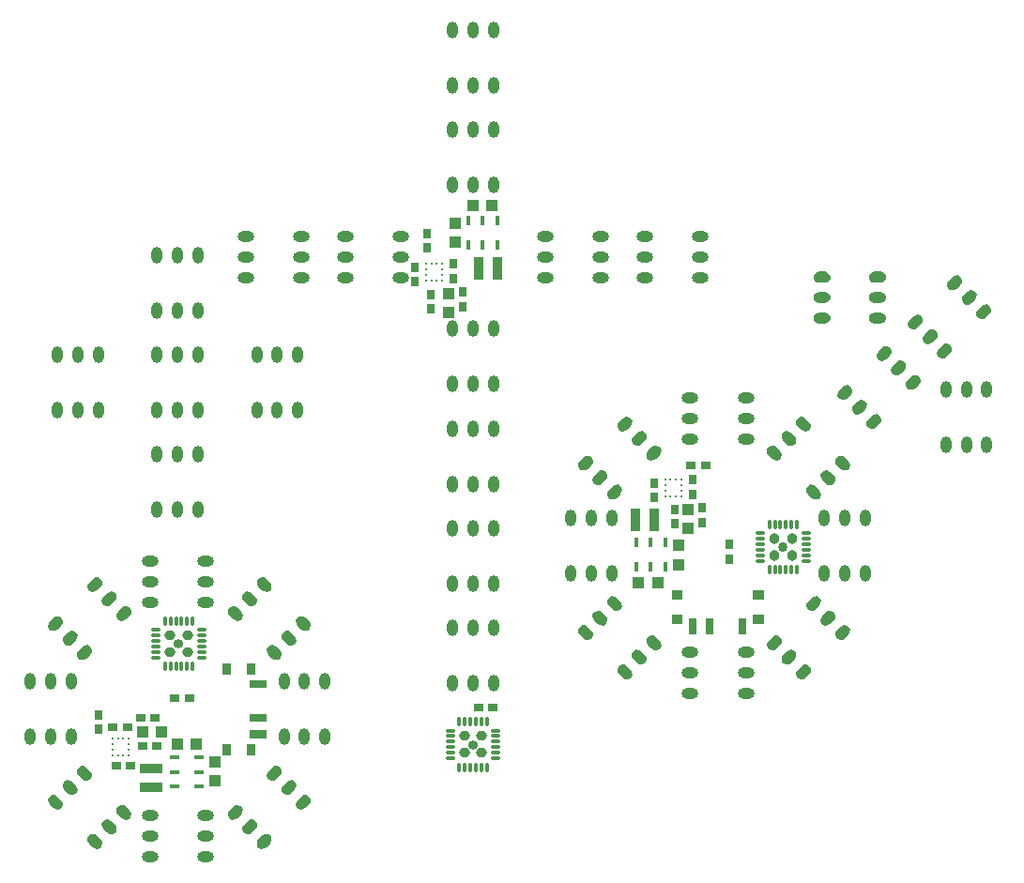
<source format=gtp>
G04 DipTrace 2.4.0.2*
%INfemalemalecross.gtp*%
%MOMM*%
%ADD20R,1.1X1.0*%
%ADD21R,1.0X1.1*%
%ADD22R,0.85X2.0*%
%ADD23O,0.85X0.86*%
%ADD25O,0.96X0.973*%
%ADD27O,1.0X0.28*%
%ADD28O,0.28X1.0*%
%ADD32R,0.4X0.9*%
%ADD35O,1.0X1.5*%
%ADD37O,1.5X1.0*%
%ADD40R,2.0X0.85*%
%ADD41O,0.86X0.85*%
%ADD42O,0.973X0.96*%
%ADD44R,0.9X0.4*%
%ADD46R,0.7X0.9*%
%ADD47R,0.9X0.7*%
%ADD49R,0.25X0.275*%
%ADD50R,0.275X0.25*%
%FSLAX53Y53*%
G04*
G71*
G90*
G75*
G01*
%LNTopPaste*%
%LPD*%
D20*
X69300Y51240D3*
X71000D3*
D21*
X72880Y54613D3*
Y52913D3*
D22*
X69043Y56934D3*
X70743D3*
D23*
X82313Y54482D3*
D25*
X81574Y55255D3*
X81564Y53692D3*
X83108Y55245D3*
X83118Y53688D3*
D27*
X80284Y55728D3*
Y55228D3*
Y54728D3*
Y54228D3*
Y53728D3*
Y53228D3*
D28*
X81084Y52428D3*
X81584D3*
X82084D3*
X82584D3*
X83084D3*
X83584D3*
D27*
X84384Y53228D3*
Y53728D3*
Y54228D3*
Y54728D3*
Y55228D3*
Y55728D3*
D28*
X83584Y56528D3*
X83084D3*
X82584D3*
X82084D3*
X81584D3*
X81084D3*
D32*
X69098Y52675D3*
X70398D3*
X71698D3*
Y54875D3*
X70398D3*
X69098D3*
D35*
X89768Y57098D3*
X87918D3*
X86068D3*
Y52098D3*
X87918D3*
X89768D3*
G36*
X87166Y46948D2*
X87048Y46760D1*
X87023Y46539D1*
X87096Y46329D1*
X87254Y46171D1*
X87464Y46098D1*
X87685Y46123D1*
X87873Y46241D1*
X88227Y46595D1*
X88345Y46783D1*
X88370Y47004D1*
X88297Y47214D1*
X88139Y47372D1*
X87929Y47445D1*
X87708Y47420D1*
X87520Y47302D1*
X87166Y46948D1*
G37*
G36*
X85858Y48257D2*
X85740Y48068D1*
X85715Y47847D1*
X85788Y47637D1*
X85946Y47480D1*
X86156Y47406D1*
X86377Y47431D1*
X86565Y47549D1*
X86919Y47903D1*
X87037Y48091D1*
X87062Y48313D1*
X86988Y48523D1*
X86831Y48680D1*
X86621Y48753D1*
X86400Y48728D1*
X86212Y48610D1*
X85858Y48257D1*
G37*
G36*
X84550Y49565D2*
X84431Y49376D1*
X84407Y49155D1*
X84480Y48945D1*
X84637Y48788D1*
X84847Y48714D1*
X85069Y48739D1*
X85257Y48858D1*
X85610Y49211D1*
X85729Y49400D1*
X85754Y49621D1*
X85680Y49831D1*
X85523Y49988D1*
X85313Y50062D1*
X85092Y50037D1*
X84903Y49918D1*
X84550Y49565D1*
G37*
G36*
X81014Y46029D2*
X80896Y45841D1*
X80871Y45620D1*
X80944Y45410D1*
X81102Y45252D1*
X81312Y45179D1*
X81533Y45204D1*
X81721Y45322D1*
X82075Y45676D1*
X82193Y45864D1*
X82218Y46085D1*
X82145Y46295D1*
X81987Y46452D1*
X81777Y46526D1*
X81556Y46501D1*
X81368Y46383D1*
X81014Y46029D1*
G37*
G36*
X82322Y44721D2*
X82204Y44533D1*
X82179Y44311D1*
X82253Y44101D1*
X82410Y43944D1*
X82620Y43871D1*
X82841Y43895D1*
X83030Y44014D1*
X83383Y44367D1*
X83502Y44556D1*
X83526Y44777D1*
X83453Y44987D1*
X83296Y45144D1*
X83086Y45218D1*
X82864Y45193D1*
X82676Y45075D1*
X82322Y44721D1*
G37*
G36*
X83631Y43413D2*
X83512Y43224D1*
X83487Y43003D1*
X83561Y42793D1*
X83718Y42636D1*
X83928Y42562D1*
X84149Y42587D1*
X84338Y42706D1*
X84691Y43059D1*
X84810Y43248D1*
X84835Y43469D1*
X84761Y43679D1*
X84604Y43836D1*
X84394Y43910D1*
X84173Y43885D1*
X83984Y43766D1*
X83631Y43413D1*
G37*
D37*
X78959Y41289D3*
Y43139D3*
Y44989D3*
X73959D3*
Y43139D3*
Y41289D3*
G36*
X68226Y43766D2*
X68038Y43885D1*
X67816Y43910D1*
X67606Y43836D1*
X67449Y43679D1*
X67376Y43469D1*
X67400Y43248D1*
X67519Y43059D1*
X67872Y42706D1*
X68061Y42587D1*
X68282Y42562D1*
X68492Y42636D1*
X68649Y42793D1*
X68723Y43003D1*
X68698Y43224D1*
X68580Y43413D1*
X68226Y43766D1*
G37*
G36*
X69534Y45075D2*
X69346Y45193D1*
X69125Y45218D1*
X68915Y45144D1*
X68757Y44987D1*
X68684Y44777D1*
X68709Y44556D1*
X68827Y44367D1*
X69181Y44014D1*
X69369Y43895D1*
X69590Y43871D1*
X69800Y43944D1*
X69957Y44101D1*
X70031Y44311D1*
X70006Y44533D1*
X69888Y44721D1*
X69534Y45075D1*
G37*
G36*
X70842Y46383D2*
X70654Y46501D1*
X70433Y46526D1*
X70223Y46453D1*
X70065Y46295D1*
X69992Y46085D1*
X70017Y45864D1*
X70135Y45676D1*
X70489Y45322D1*
X70677Y45204D1*
X70898Y45179D1*
X71108Y45252D1*
X71266Y45410D1*
X71339Y45620D1*
X71314Y45841D1*
X71196Y46029D1*
X70842Y46383D1*
G37*
G36*
X67307Y49918D2*
X67118Y50037D1*
X66897Y50062D1*
X66687Y49988D1*
X66530Y49831D1*
X66456Y49621D1*
X66481Y49400D1*
X66600Y49211D1*
X66953Y48858D1*
X67142Y48739D1*
X67363Y48714D1*
X67573Y48788D1*
X67730Y48945D1*
X67804Y49155D1*
X67779Y49376D1*
X67660Y49565D1*
X67307Y49918D1*
G37*
G36*
X65999Y48610D2*
X65810Y48728D1*
X65589Y48753D1*
X65379Y48680D1*
X65222Y48523D1*
X65148Y48313D1*
X65173Y48091D1*
X65291Y47903D1*
X65645Y47549D1*
X65833Y47431D1*
X66055Y47406D1*
X66265Y47480D1*
X66422Y47637D1*
X66495Y47847D1*
X66471Y48068D1*
X66352Y48257D1*
X65999Y48610D1*
G37*
G36*
X64690Y47302D2*
X64502Y47420D1*
X64281Y47445D1*
X64071Y47372D1*
X63914Y47214D1*
X63840Y47004D1*
X63865Y46783D1*
X63983Y46595D1*
X64337Y46241D1*
X64525Y46123D1*
X64746Y46098D1*
X64956Y46171D1*
X65114Y46329D1*
X65187Y46539D1*
X65162Y46760D1*
X65044Y46948D1*
X64690Y47302D1*
G37*
D35*
X63149Y52098D3*
X64999D3*
X66849D3*
Y57098D3*
X64999D3*
X63149D3*
G36*
X65044Y61882D2*
X65162Y62070D1*
X65187Y62291D1*
X65114Y62501D1*
X64956Y62658D1*
X64746Y62732D1*
X64525Y62707D1*
X64337Y62589D1*
X63983Y62235D1*
X63865Y62047D1*
X63840Y61826D1*
X63914Y61616D1*
X64071Y61458D1*
X64281Y61385D1*
X64502Y61410D1*
X64690Y61528D1*
X65044Y61882D1*
G37*
G36*
X66352Y60573D2*
X66471Y60762D1*
X66495Y60983D1*
X66422Y61193D1*
X66265Y61350D1*
X66055Y61424D1*
X65833Y61399D1*
X65645Y61281D1*
X65291Y60927D1*
X65173Y60739D1*
X65148Y60517D1*
X65222Y60307D1*
X65379Y60150D1*
X65589Y60077D1*
X65810Y60101D1*
X65999Y60220D1*
X66352Y60573D1*
G37*
G36*
X67660Y59265D2*
X67779Y59454D1*
X67804Y59675D1*
X67730Y59885D1*
X67573Y60042D1*
X67363Y60116D1*
X67142Y60091D1*
X66953Y59972D1*
X66600Y59619D1*
X66481Y59430D1*
X66456Y59209D1*
X66530Y58999D1*
X66687Y58842D1*
X66897Y58768D1*
X67118Y58793D1*
X67307Y58912D1*
X67660Y59265D1*
G37*
G36*
X71196Y62801D2*
X71314Y62989D1*
X71339Y63210D1*
X71266Y63420D1*
X71108Y63578D1*
X70898Y63651D1*
X70677Y63626D1*
X70489Y63508D1*
X70135Y63154D1*
X70017Y62966D1*
X69992Y62745D1*
X70065Y62535D1*
X70223Y62377D1*
X70433Y62304D1*
X70654Y62329D1*
X70842Y62447D1*
X71196Y62801D1*
G37*
G36*
X69888Y64109D2*
X70006Y64297D1*
X70031Y64519D1*
X69957Y64729D1*
X69800Y64886D1*
X69590Y64959D1*
X69369Y64934D1*
X69181Y64816D1*
X68827Y64463D1*
X68709Y64274D1*
X68684Y64053D1*
X68757Y63843D1*
X68915Y63686D1*
X69125Y63612D1*
X69346Y63637D1*
X69534Y63755D1*
X69888Y64109D1*
G37*
G36*
X68580Y65417D2*
X68698Y65606D1*
X68723Y65827D1*
X68649Y66037D1*
X68492Y66194D1*
X68282Y66268D1*
X68061Y66243D1*
X67872Y66124D1*
X67519Y65771D1*
X67400Y65582D1*
X67376Y65361D1*
X67449Y65151D1*
X67606Y64994D1*
X67816Y64920D1*
X68038Y64945D1*
X68226Y65064D1*
X68580Y65417D1*
G37*
D37*
X73959Y67907D3*
Y66057D3*
Y64207D3*
X78959D3*
Y66057D3*
Y67907D3*
G36*
X83984Y65064D2*
X84172Y64945D1*
X84394Y64920D1*
X84604Y64994D1*
X84761Y65151D1*
X84834Y65361D1*
X84810Y65582D1*
X84691Y65771D1*
X84338Y66124D1*
X84149Y66243D1*
X83928Y66268D1*
X83718Y66194D1*
X83561Y66037D1*
X83487Y65827D1*
X83512Y65606D1*
X83631Y65417D1*
X83984Y65064D1*
G37*
G36*
X82676Y63755D2*
X82864Y63637D1*
X83085Y63612D1*
X83296Y63686D1*
X83453Y63843D1*
X83526Y64053D1*
X83501Y64274D1*
X83383Y64463D1*
X83029Y64816D1*
X82841Y64934D1*
X82620Y64959D1*
X82410Y64886D1*
X82253Y64729D1*
X82179Y64519D1*
X82204Y64297D1*
X82322Y64109D1*
X82676Y63755D1*
G37*
G36*
X81368Y62447D2*
X81556Y62329D1*
X81777Y62304D1*
X81987Y62377D1*
X82145Y62535D1*
X82218Y62745D1*
X82193Y62966D1*
X82075Y63154D1*
X81721Y63508D1*
X81533Y63626D1*
X81312Y63651D1*
X81102Y63578D1*
X80944Y63420D1*
X80871Y63210D1*
X80896Y62989D1*
X81014Y62801D1*
X81368Y62447D1*
G37*
G36*
X84903Y58912D2*
X85092Y58793D1*
X85313Y58768D1*
X85523Y58842D1*
X85680Y58999D1*
X85754Y59209D1*
X85729Y59430D1*
X85610Y59619D1*
X85257Y59972D1*
X85068Y60091D1*
X84847Y60116D1*
X84637Y60042D1*
X84480Y59885D1*
X84406Y59675D1*
X84431Y59454D1*
X84550Y59265D1*
X84903Y58912D1*
G37*
G36*
X86211Y60220D2*
X86400Y60101D1*
X86621Y60077D1*
X86831Y60150D1*
X86988Y60307D1*
X87062Y60517D1*
X87037Y60739D1*
X86919Y60927D1*
X86565Y61281D1*
X86377Y61399D1*
X86155Y61424D1*
X85945Y61350D1*
X85788Y61193D1*
X85715Y60983D1*
X85740Y60762D1*
X85858Y60573D1*
X86211Y60220D1*
G37*
G36*
X87520Y61528D2*
X87708Y61410D1*
X87929Y61385D1*
X88139Y61458D1*
X88297Y61616D1*
X88370Y61826D1*
X88345Y62047D1*
X88227Y62235D1*
X87873Y62589D1*
X87685Y62707D1*
X87464Y62732D1*
X87254Y62658D1*
X87096Y62501D1*
X87023Y62291D1*
X87048Y62070D1*
X87166Y61882D1*
X87520Y61528D1*
G37*
G36*
X88439Y68246D2*
X88557Y68434D1*
X88582Y68655D1*
X88509Y68865D1*
X88351Y69023D1*
X88141Y69096D1*
X87920Y69071D1*
X87732Y68953D1*
X87378Y68599D1*
X87260Y68411D1*
X87235Y68190D1*
X87308Y67980D1*
X87466Y67822D1*
X87676Y67749D1*
X87897Y67774D1*
X88085Y67892D1*
X88439Y68246D1*
G37*
G36*
X89747Y66938D2*
X89865Y67126D1*
X89890Y67347D1*
X89817Y67557D1*
X89660Y67715D1*
X89449Y67788D1*
X89228Y67763D1*
X89040Y67645D1*
X88686Y67291D1*
X88568Y67103D1*
X88543Y66882D1*
X88617Y66672D1*
X88774Y66514D1*
X88984Y66441D1*
X89205Y66466D1*
X89393Y66584D1*
X89747Y66938D1*
G37*
G36*
X91055Y65630D2*
X91174Y65818D1*
X91199Y66039D1*
X91125Y66249D1*
X90968Y66406D1*
X90758Y66480D1*
X90537Y66455D1*
X90348Y66337D1*
X89995Y65983D1*
X89876Y65795D1*
X89851Y65574D1*
X89925Y65364D1*
X90082Y65206D1*
X90292Y65133D1*
X90513Y65158D1*
X90702Y65276D1*
X91055Y65630D1*
G37*
G36*
X94591Y69165D2*
X94709Y69354D1*
X94734Y69575D1*
X94661Y69785D1*
X94503Y69942D1*
X94293Y70016D1*
X94072Y69991D1*
X93884Y69872D1*
X93530Y69519D1*
X93412Y69330D1*
X93387Y69109D1*
X93460Y68899D1*
X93618Y68742D1*
X93828Y68668D1*
X94049Y68693D1*
X94237Y68812D1*
X94591Y69165D1*
G37*
G36*
X93283Y70473D2*
X93401Y70662D1*
X93426Y70883D1*
X93352Y71093D1*
X93195Y71250D1*
X92985Y71324D1*
X92764Y71299D1*
X92575Y71180D1*
X92222Y70827D1*
X92104Y70638D1*
X92079Y70417D1*
X92152Y70207D1*
X92309Y70050D1*
X92519Y69976D1*
X92741Y70001D1*
X92929Y70120D1*
X93283Y70473D1*
G37*
G36*
X91974Y71781D2*
X92093Y71970D1*
X92118Y72191D1*
X92044Y72401D1*
X91887Y72558D1*
X91677Y72632D1*
X91456Y72607D1*
X91267Y72488D1*
X90914Y72135D1*
X90795Y71947D1*
X90770Y71725D1*
X90844Y71515D1*
X91001Y71358D1*
X91211Y71285D1*
X91432Y71309D1*
X91621Y71428D1*
X91974Y71781D1*
G37*
G36*
X93742Y74963D2*
X93624Y74775D1*
X93599Y74554D1*
X93672Y74344D1*
X93830Y74186D1*
X94040Y74113D1*
X94261Y74138D1*
X94449Y74256D1*
X94803Y74610D1*
X94921Y74798D1*
X94946Y75019D1*
X94873Y75229D1*
X94715Y75387D1*
X94505Y75460D1*
X94284Y75435D1*
X94096Y75317D1*
X93742Y74963D1*
G37*
G36*
X95050Y73655D2*
X94932Y73467D1*
X94907Y73246D1*
X94981Y73036D1*
X95138Y72878D1*
X95348Y72805D1*
X95569Y72830D1*
X95757Y72948D1*
X96111Y73302D1*
X96229Y73490D1*
X96254Y73711D1*
X96181Y73921D1*
X96024Y74079D1*
X95813Y74152D1*
X95592Y74127D1*
X95404Y74009D1*
X95050Y73655D1*
G37*
G36*
X96359Y72347D2*
X96240Y72159D1*
X96215Y71938D1*
X96289Y71728D1*
X96446Y71570D1*
X96656Y71497D1*
X96877Y71522D1*
X97066Y71640D1*
X97419Y71994D1*
X97538Y72182D1*
X97563Y72403D1*
X97489Y72613D1*
X97332Y72770D1*
X97122Y72844D1*
X96901Y72819D1*
X96712Y72701D1*
X96359Y72347D1*
G37*
G36*
X99894Y75883D2*
X99776Y75694D1*
X99751Y75473D1*
X99824Y75263D1*
X99982Y75106D1*
X100192Y75032D1*
X100413Y75057D1*
X100601Y75176D1*
X100955Y75529D1*
X101073Y75718D1*
X101098Y75939D1*
X101025Y76149D1*
X100867Y76306D1*
X100657Y76380D1*
X100436Y76355D1*
X100248Y76236D1*
X99894Y75883D1*
G37*
G36*
X98586Y77191D2*
X98468Y77002D1*
X98443Y76781D1*
X98516Y76571D1*
X98673Y76414D1*
X98883Y76340D1*
X99105Y76365D1*
X99293Y76484D1*
X99647Y76837D1*
X99765Y77026D1*
X99790Y77247D1*
X99716Y77457D1*
X99559Y77614D1*
X99349Y77688D1*
X99128Y77663D1*
X98939Y77544D1*
X98586Y77191D1*
G37*
G36*
X97278Y78499D2*
X97159Y78311D1*
X97134Y78089D1*
X97208Y77879D1*
X97365Y77722D1*
X97575Y77649D1*
X97796Y77673D1*
X97985Y77792D1*
X98338Y78145D1*
X98457Y78334D1*
X98482Y78555D1*
X98408Y78765D1*
X98251Y78922D1*
X98041Y78996D1*
X97820Y78971D1*
X97631Y78852D1*
X97278Y78499D1*
G37*
G36*
X91098Y74648D2*
X91315Y74698D1*
X91489Y74837D1*
X91586Y75037D1*
Y75260D1*
X91489Y75460D1*
X91315Y75599D1*
X91098Y75648D1*
X90598D1*
X90382Y75599D1*
X90208Y75460D1*
X90111Y75260D1*
Y75037D1*
X90208Y74837D1*
X90382Y74698D1*
X90598Y74648D1*
X91098D1*
G37*
G36*
Y76498D2*
X91315Y76548D1*
X91489Y76687D1*
X91586Y76887D1*
Y77110D1*
X91489Y77310D1*
X91315Y77449D1*
X91098Y77498D1*
X90598D1*
X90382Y77449D1*
X90208Y77310D1*
X90111Y77110D1*
Y76887D1*
X90208Y76687D1*
X90382Y76548D1*
X90598Y76498D1*
X91098D1*
G37*
G36*
Y78348D2*
X91315Y78398D1*
X91489Y78537D1*
X91586Y78737D1*
Y78960D1*
X91489Y79160D1*
X91315Y79299D1*
X91098Y79348D1*
X90598D1*
X90382Y79299D1*
X90208Y79160D1*
X90111Y78960D1*
Y78737D1*
X90208Y78537D1*
X90382Y78398D1*
X90598Y78348D1*
X91098D1*
G37*
G36*
X86098D2*
X86315Y78398D1*
X86489Y78537D1*
X86586Y78737D1*
Y78960D1*
X86489Y79160D1*
X86315Y79299D1*
X86098Y79348D1*
X85598D1*
X85382Y79299D1*
X85208Y79160D1*
X85111Y78960D1*
Y78737D1*
X85208Y78537D1*
X85382Y78398D1*
X85598Y78348D1*
X86098D1*
G37*
G36*
Y76498D2*
X86315Y76548D1*
X86489Y76687D1*
X86586Y76887D1*
Y77110D1*
X86489Y77310D1*
X86315Y77449D1*
X86098Y77498D1*
X85598D1*
X85382Y77449D1*
X85208Y77310D1*
X85111Y77110D1*
Y76887D1*
X85208Y76687D1*
X85382Y76548D1*
X85598Y76498D1*
X86098D1*
G37*
G36*
Y74648D2*
X86315Y74698D1*
X86489Y74837D1*
X86586Y75037D1*
Y75260D1*
X86489Y75460D1*
X86315Y75599D1*
X86098Y75648D1*
X85598D1*
X85382Y75599D1*
X85208Y75460D1*
X85111Y75260D1*
Y75037D1*
X85208Y74837D1*
X85382Y74698D1*
X85598Y74648D1*
X86098D1*
G37*
D35*
X97008Y63746D3*
X98858D3*
X100708D3*
Y68746D3*
X98858D3*
X97008D3*
G36*
X80577Y48372D2*
Y47572D1*
X79577D1*
Y48372D1*
X80577D1*
G37*
G36*
Y50572D2*
Y49772D1*
X79577D1*
Y50572D1*
X80577D1*
G37*
G36*
X73277D2*
Y49772D1*
X72277D1*
Y50572D1*
X73277D1*
G37*
G36*
Y48372D2*
Y47572D1*
X72277D1*
Y48372D1*
X73277D1*
G37*
G36*
X74527Y48072D2*
Y46572D1*
X73827D1*
Y48072D1*
X74527D1*
G37*
G36*
X76027D2*
Y46572D1*
X75327D1*
Y48072D1*
X76027D1*
G37*
G36*
X79027D2*
Y46572D1*
X78327D1*
Y48072D1*
X79027D1*
G37*
D21*
X31045Y33366D3*
Y35066D3*
D20*
X27672Y36678D3*
X29372D3*
D40*
X25352Y32841D3*
Y34541D3*
D41*
X27813Y45734D3*
D42*
X27040Y44996D3*
X28603Y44986D3*
X27050Y46529D3*
X28606Y46539D3*
D28*
X26566Y43706D3*
X27066D3*
X27566D3*
X28066D3*
X28566D3*
X29066D3*
D27*
X29866Y44506D3*
Y45006D3*
Y45506D3*
Y46006D3*
Y46506D3*
Y47006D3*
D28*
X29066Y47806D3*
X28566D3*
X28066D3*
X27566D3*
X27066D3*
X26566D3*
D27*
X25766Y47006D3*
Y46506D3*
Y46006D3*
Y45506D3*
Y45006D3*
Y44506D3*
D44*
X29610Y32896D3*
Y34196D3*
Y35496D3*
X27410D3*
Y34196D3*
Y32896D3*
D37*
X25197Y53189D3*
Y51339D3*
Y49489D3*
X30197D3*
Y51339D3*
Y53189D3*
G36*
X35700Y51648D2*
X35512Y51767D1*
X35290Y51791D1*
X35080Y51718D1*
X34923Y51561D1*
X34850Y51351D1*
X34874Y51129D1*
X34993Y50941D1*
X35346Y50588D1*
X35535Y50469D1*
X35756Y50444D1*
X35966Y50518D1*
X36123Y50675D1*
X36197Y50885D1*
X36172Y51106D1*
X36053Y51295D1*
X35700Y51648D1*
G37*
G36*
X34392Y50340D2*
X34203Y50458D1*
X33982Y50483D1*
X33772Y50410D1*
X33615Y50253D1*
X33541Y50042D1*
X33566Y49821D1*
X33685Y49633D1*
X34038Y49279D1*
X34227Y49161D1*
X34448Y49136D1*
X34658Y49210D1*
X34815Y49367D1*
X34889Y49577D1*
X34864Y49798D1*
X34745Y49986D1*
X34392Y50340D1*
G37*
G36*
X33084Y49032D2*
X32895Y49150D1*
X32674Y49175D1*
X32464Y49102D1*
X32307Y48944D1*
X32233Y48734D1*
X32258Y48513D1*
X32377Y48325D1*
X32730Y47971D1*
X32919Y47853D1*
X33140Y47828D1*
X33350Y47901D1*
X33507Y48059D1*
X33581Y48269D1*
X33556Y48490D1*
X33437Y48678D1*
X33084Y49032D1*
G37*
G36*
X36619Y45496D2*
X36431Y45615D1*
X36210Y45640D1*
X36000Y45566D1*
X35842Y45409D1*
X35769Y45199D1*
X35794Y44978D1*
X35912Y44789D1*
X36266Y44436D1*
X36454Y44317D1*
X36675Y44292D1*
X36885Y44366D1*
X37043Y44523D1*
X37116Y44733D1*
X37091Y44954D1*
X36973Y45143D1*
X36619Y45496D1*
G37*
G36*
X37927Y46805D2*
X37739Y46923D1*
X37518Y46948D1*
X37308Y46874D1*
X37150Y46717D1*
X37077Y46507D1*
X37102Y46286D1*
X37220Y46097D1*
X37574Y45744D1*
X37762Y45625D1*
X37983Y45601D1*
X38193Y45674D1*
X38351Y45831D1*
X38424Y46041D1*
X38399Y46263D1*
X38281Y46451D1*
X37927Y46805D1*
G37*
G36*
X39235Y48113D2*
X39047Y48231D1*
X38826Y48256D1*
X38616Y48182D1*
X38459Y48025D1*
X38385Y47815D1*
X38410Y47594D1*
X38528Y47406D1*
X38882Y47052D1*
X39070Y46934D1*
X39291Y46909D1*
X39501Y46982D1*
X39659Y47140D1*
X39732Y47350D1*
X39707Y47571D1*
X39589Y47759D1*
X39235Y48113D1*
G37*
D35*
X41006Y42380D3*
X39156D3*
X37306D3*
Y37380D3*
X39156D3*
X41006D3*
G36*
X39589Y31294D2*
X39707Y31482D1*
X39732Y31703D1*
X39659Y31913D1*
X39501Y32071D1*
X39291Y32144D1*
X39070Y32119D1*
X38882Y32001D1*
X38528Y31647D1*
X38410Y31459D1*
X38385Y31238D1*
X38459Y31028D1*
X38616Y30870D1*
X38826Y30797D1*
X39047Y30822D1*
X39235Y30940D1*
X39589Y31294D1*
G37*
G36*
X38281Y32602D2*
X38399Y32790D1*
X38424Y33011D1*
X38351Y33222D1*
X38193Y33379D1*
X37983Y33452D1*
X37762Y33427D1*
X37574Y33309D1*
X37220Y32955D1*
X37102Y32767D1*
X37077Y32546D1*
X37150Y32336D1*
X37308Y32179D1*
X37518Y32105D1*
X37739Y32130D1*
X37927Y32248D1*
X38281Y32602D1*
G37*
G36*
X36973Y33910D2*
X37091Y34098D1*
X37116Y34320D1*
X37043Y34530D1*
X36885Y34687D1*
X36675Y34760D1*
X36454Y34736D1*
X36266Y34617D1*
X35912Y34264D1*
X35794Y34075D1*
X35769Y33854D1*
X35842Y33644D1*
X36000Y33487D1*
X36210Y33413D1*
X36431Y33438D1*
X36619Y33557D1*
X36973Y33910D1*
G37*
G36*
X33437Y30375D2*
X33556Y30563D1*
X33580Y30784D1*
X33507Y30994D1*
X33350Y31151D1*
X33140Y31225D1*
X32918Y31200D1*
X32730Y31082D1*
X32377Y30728D1*
X32258Y30540D1*
X32233Y30319D1*
X32307Y30109D1*
X32464Y29951D1*
X32674Y29878D1*
X32895Y29903D1*
X33084Y30021D1*
X33437Y30375D1*
G37*
G36*
X34745Y29066D2*
X34864Y29255D1*
X34889Y29476D1*
X34815Y29686D1*
X34658Y29843D1*
X34448Y29917D1*
X34227Y29892D1*
X34038Y29774D1*
X33685Y29420D1*
X33566Y29232D1*
X33541Y29010D1*
X33615Y28800D1*
X33772Y28643D1*
X33982Y28570D1*
X34203Y28594D1*
X34392Y28713D1*
X34745Y29066D1*
G37*
G36*
X36053Y27758D2*
X36172Y27947D1*
X36197Y28168D1*
X36123Y28378D1*
X35966Y28535D1*
X35756Y28609D1*
X35535Y28584D1*
X35346Y28465D1*
X34993Y28112D1*
X34874Y27923D1*
X34850Y27702D1*
X34923Y27492D1*
X35080Y27335D1*
X35290Y27261D1*
X35512Y27286D1*
X35700Y27405D1*
X36053Y27758D1*
G37*
D37*
X30197Y26571D3*
Y28421D3*
Y30271D3*
X25197D3*
Y28421D3*
Y26571D3*
G36*
X20060Y27405D2*
X20248Y27286D1*
X20469Y27261D1*
X20679Y27335D1*
X20837Y27492D1*
X20910Y27702D1*
X20885Y27923D1*
X20767Y28112D1*
X20413Y28465D1*
X20225Y28584D1*
X20004Y28609D1*
X19794Y28535D1*
X19636Y28378D1*
X19563Y28168D1*
X19588Y27947D1*
X19706Y27758D1*
X20060Y27405D1*
G37*
G36*
X21368Y28713D2*
X21556Y28594D1*
X21777Y28570D1*
X21987Y28643D1*
X22145Y28800D1*
X22218Y29010D1*
X22193Y29232D1*
X22075Y29420D1*
X21721Y29773D1*
X21533Y29892D1*
X21312Y29917D1*
X21102Y29843D1*
X20944Y29686D1*
X20871Y29476D1*
X20896Y29255D1*
X21014Y29066D1*
X21368Y28713D1*
G37*
G36*
X22676Y30021D2*
X22864Y29903D1*
X23085Y29878D1*
X23295Y29951D1*
X23453Y30109D1*
X23526Y30319D1*
X23501Y30540D1*
X23383Y30728D1*
X23029Y31082D1*
X22841Y31200D1*
X22620Y31225D1*
X22410Y31151D1*
X22253Y30994D1*
X22179Y30784D1*
X22204Y30563D1*
X22322Y30375D1*
X22676Y30021D1*
G37*
G36*
X19140Y33557D2*
X19329Y33438D1*
X19550Y33413D1*
X19760Y33487D1*
X19917Y33644D1*
X19991Y33854D1*
X19966Y34075D1*
X19847Y34264D1*
X19494Y34617D1*
X19306Y34736D1*
X19084Y34760D1*
X18874Y34687D1*
X18717Y34530D1*
X18644Y34320D1*
X18668Y34098D1*
X18787Y33910D1*
X19140Y33557D1*
G37*
G36*
X17832Y32248D2*
X18021Y32130D1*
X18242Y32105D1*
X18452Y32179D1*
X18609Y32336D1*
X18683Y32546D1*
X18658Y32767D1*
X18539Y32955D1*
X18186Y33309D1*
X17997Y33427D1*
X17776Y33452D1*
X17566Y33379D1*
X17409Y33221D1*
X17335Y33011D1*
X17360Y32790D1*
X17479Y32602D1*
X17832Y32248D1*
G37*
G36*
X16524Y30940D2*
X16713Y30822D1*
X16934Y30797D1*
X17144Y30870D1*
X17301Y31028D1*
X17375Y31238D1*
X17350Y31459D1*
X17231Y31647D1*
X16878Y32001D1*
X16689Y32119D1*
X16468Y32144D1*
X16258Y32071D1*
X16101Y31913D1*
X16027Y31703D1*
X16052Y31482D1*
X16171Y31294D1*
X16524Y30940D1*
G37*
D35*
X14388Y37380D3*
X16238D3*
X18088D3*
Y42380D3*
X16238D3*
X14388D3*
G36*
X16171Y47759D2*
X16052Y47571D1*
X16027Y47350D1*
X16101Y47139D1*
X16258Y46982D1*
X16468Y46909D1*
X16689Y46934D1*
X16878Y47052D1*
X17231Y47406D1*
X17350Y47594D1*
X17374Y47815D1*
X17301Y48025D1*
X17144Y48182D1*
X16934Y48256D1*
X16712Y48231D1*
X16524Y48113D1*
X16171Y47759D1*
G37*
G36*
X17479Y46451D2*
X17360Y46263D1*
X17335Y46041D1*
X17409Y45831D1*
X17566Y45674D1*
X17776Y45601D1*
X17997Y45625D1*
X18186Y45744D1*
X18539Y46097D1*
X18658Y46286D1*
X18683Y46507D1*
X18609Y46717D1*
X18452Y46874D1*
X18242Y46948D1*
X18021Y46923D1*
X17832Y46804D1*
X17479Y46451D1*
G37*
G36*
X18787Y45143D2*
X18668Y44954D1*
X18644Y44733D1*
X18717Y44523D1*
X18874Y44366D1*
X19084Y44292D1*
X19306Y44317D1*
X19494Y44436D1*
X19847Y44789D1*
X19966Y44978D1*
X19991Y45199D1*
X19917Y45409D1*
X19760Y45566D1*
X19550Y45640D1*
X19329Y45615D1*
X19140Y45496D1*
X18787Y45143D1*
G37*
G36*
X22322Y48678D2*
X22204Y48490D1*
X22179Y48269D1*
X22253Y48059D1*
X22410Y47901D1*
X22620Y47828D1*
X22841Y47853D1*
X23029Y47971D1*
X23383Y48325D1*
X23501Y48513D1*
X23526Y48734D1*
X23453Y48944D1*
X23295Y49102D1*
X23085Y49175D1*
X22864Y49150D1*
X22676Y49032D1*
X22322Y48678D1*
G37*
G36*
X21014Y49986D2*
X20896Y49798D1*
X20871Y49577D1*
X20944Y49367D1*
X21102Y49210D1*
X21312Y49136D1*
X21533Y49161D1*
X21721Y49279D1*
X22075Y49633D1*
X22193Y49821D1*
X22218Y50042D1*
X22145Y50252D1*
X21987Y50410D1*
X21777Y50483D1*
X21556Y50458D1*
X21368Y50340D1*
X21014Y49986D1*
G37*
G36*
X19706Y51295D2*
X19588Y51106D1*
X19563Y50885D1*
X19636Y50675D1*
X19794Y50518D1*
X20004Y50444D1*
X20225Y50469D1*
X20413Y50587D1*
X20767Y50941D1*
X20885Y51129D1*
X20910Y51351D1*
X20837Y51561D1*
X20679Y51718D1*
X20469Y51791D1*
X20248Y51767D1*
X20060Y51648D1*
X19706Y51295D1*
G37*
D35*
X25847Y57839D3*
X27697D3*
X29547D3*
Y62839D3*
X27697D3*
X25847D3*
Y66839D3*
X27697D3*
X29547D3*
Y71839D3*
X27697D3*
X25847D3*
Y75839D3*
X27697D3*
X29547D3*
Y80839D3*
X27697D3*
X25847D3*
X38547Y71839D3*
X36697D3*
X34847D3*
Y66839D3*
X36697D3*
X38547D3*
G36*
X34723Y42999D2*
X33923D1*
Y43999D1*
X34723D1*
Y42999D1*
G37*
G36*
X32523D2*
X31723D1*
Y43999D1*
X32523D1*
Y42999D1*
G37*
G36*
Y35699D2*
X31723D1*
Y36699D1*
X32523D1*
Y35699D1*
G37*
G36*
X34723D2*
X33923D1*
Y36699D1*
X34723D1*
Y35699D1*
G37*
G36*
X35723Y37249D2*
X34223D1*
Y37949D1*
X35723D1*
Y37249D1*
G37*
G36*
Y38749D2*
X34223D1*
Y39449D1*
X35723D1*
Y38749D1*
G37*
G36*
Y41749D2*
X34223D1*
Y42449D1*
X35723D1*
Y41749D1*
G37*
D35*
X16847Y66839D3*
X18697D3*
X20547D3*
Y71839D3*
X18697D3*
X16847D3*
D41*
X54353Y36655D3*
D42*
X53580Y35916D3*
X55143Y35906D3*
X53590Y37450D3*
X55146Y37459D3*
D28*
X53106Y34626D3*
X53606D3*
X54106D3*
X54606D3*
X55106D3*
X55606D3*
D27*
X56406Y35426D3*
Y35926D3*
Y36426D3*
Y36926D3*
Y37426D3*
Y37926D3*
D28*
X55606Y38726D3*
X55106D3*
X54606D3*
X54106D3*
X53606D3*
X53106D3*
D27*
X52306Y37926D3*
Y37426D3*
Y36926D3*
Y36426D3*
Y35926D3*
Y35426D3*
D32*
X56523Y83909D3*
X55223D3*
X53923D3*
Y81709D3*
X55223D3*
X56523D3*
D35*
X52506Y42176D3*
X54356D3*
X56206D3*
Y47176D3*
X54356D3*
X52506D3*
D20*
X56053Y85344D3*
X54353D3*
D21*
X52741Y81971D3*
Y83671D3*
D22*
X56578Y79651D3*
X54878D3*
D35*
X52506Y51176D3*
X54356D3*
X56206D3*
Y56176D3*
X54356D3*
X52506D3*
Y60176D3*
X54356D3*
X56206D3*
Y65176D3*
X54356D3*
X52506D3*
Y69176D3*
X54356D3*
X56206D3*
Y74176D3*
X54356D3*
X52506D3*
D37*
X47856Y78826D3*
Y80676D3*
Y82526D3*
X42856D3*
Y80676D3*
Y78826D3*
X38856D3*
Y80676D3*
Y82526D3*
X33856D3*
Y80676D3*
Y78826D3*
D35*
X52506Y87176D3*
X54356D3*
X56206D3*
Y92176D3*
X54356D3*
X52506D3*
Y96176D3*
X54356D3*
X56206D3*
Y101176D3*
X54356D3*
X52506D3*
D37*
X60856Y82526D3*
Y80676D3*
Y78826D3*
X65856D3*
Y80676D3*
Y82526D3*
X69856D3*
Y80676D3*
Y78826D3*
X74856D3*
Y80676D3*
Y82526D3*
D46*
X77516Y53414D3*
Y54714D3*
D47*
X27473Y40847D3*
X28773D3*
X56163Y40013D3*
X54863D3*
D49*
X73181Y60590D3*
X72681D3*
X72181D3*
X71681D3*
D50*
Y60090D3*
Y59590D3*
D49*
Y59090D3*
X72181D3*
X72681D3*
X73181D3*
D50*
Y59590D3*
Y60090D3*
D21*
X73765Y57854D3*
Y56154D3*
D46*
X72559Y57871D3*
Y56571D3*
X75035Y58009D3*
Y56709D3*
X70709Y60231D3*
Y58931D3*
X74199Y60548D3*
Y59248D3*
D47*
X75339Y61847D3*
X74039D3*
D50*
X21819Y37208D3*
Y36708D3*
Y36208D3*
Y35708D3*
D49*
X22319D3*
X22819D3*
D50*
X23319D3*
Y36208D3*
Y36708D3*
Y37208D3*
D49*
X22819D3*
X22319D3*
D20*
X24554Y37793D3*
X26254D3*
D47*
X24562Y36536D3*
X25862D3*
X24399Y39063D3*
X25699D3*
X22178Y34737D3*
X23478D3*
X21861Y38226D3*
X23161D3*
D46*
X20575Y39367D3*
Y38067D3*
D49*
X51594Y80070D3*
X51094D3*
X50594D3*
X50094D3*
D50*
Y79570D3*
Y79070D3*
D49*
Y78570D3*
X50594D3*
X51094D3*
X51594D3*
D50*
Y79070D3*
Y79570D3*
D21*
X52178Y77335D3*
Y75635D3*
D46*
X50521Y77281D3*
Y75981D3*
X53448Y77490D3*
Y76190D3*
X49122Y79712D3*
Y78412D3*
X52612Y80029D3*
Y78729D3*
X50231Y82796D3*
Y81496D3*
M02*

</source>
